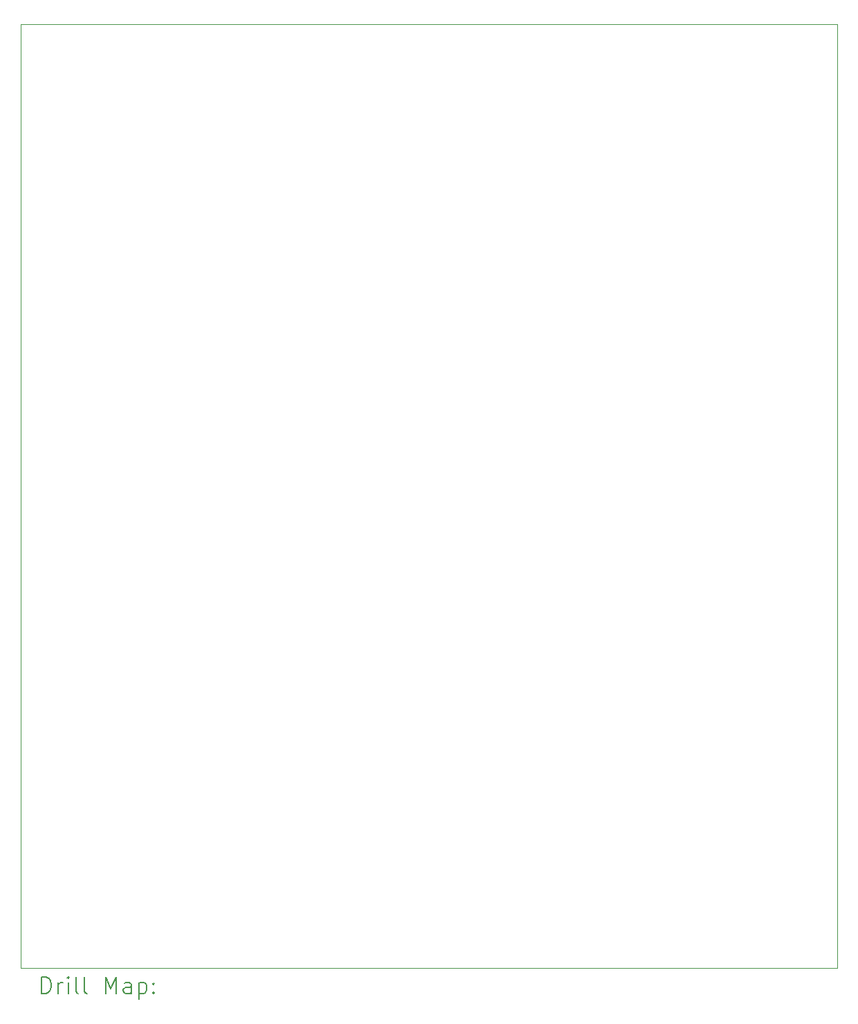
<source format=gbr>
%TF.GenerationSoftware,KiCad,Pcbnew,9.0.7*%
%TF.CreationDate,2026-01-22T15:28:59+05:00*%
%TF.ProjectId,PCB,5043422e-6b69-4636-9164-5f7063625858,rev?*%
%TF.SameCoordinates,Original*%
%TF.FileFunction,Drillmap*%
%TF.FilePolarity,Positive*%
%FSLAX45Y45*%
G04 Gerber Fmt 4.5, Leading zero omitted, Abs format (unit mm)*
G04 Created by KiCad (PCBNEW 9.0.7) date 2026-01-22 15:28:59*
%MOMM*%
%LPD*%
G01*
G04 APERTURE LIST*
%ADD10C,0.050000*%
%ADD11C,0.200000*%
G04 APERTURE END LIST*
D10*
X8969500Y-3131967D02*
X18969500Y-3131967D01*
X18969500Y-14681967D01*
X8969500Y-14681967D01*
X8969500Y-3131967D01*
D11*
X9227777Y-14995951D02*
X9227777Y-14795951D01*
X9227777Y-14795951D02*
X9275396Y-14795951D01*
X9275396Y-14795951D02*
X9303967Y-14805475D01*
X9303967Y-14805475D02*
X9323015Y-14824522D01*
X9323015Y-14824522D02*
X9332539Y-14843570D01*
X9332539Y-14843570D02*
X9342063Y-14881665D01*
X9342063Y-14881665D02*
X9342063Y-14910237D01*
X9342063Y-14910237D02*
X9332539Y-14948332D01*
X9332539Y-14948332D02*
X9323015Y-14967380D01*
X9323015Y-14967380D02*
X9303967Y-14986427D01*
X9303967Y-14986427D02*
X9275396Y-14995951D01*
X9275396Y-14995951D02*
X9227777Y-14995951D01*
X9427777Y-14995951D02*
X9427777Y-14862618D01*
X9427777Y-14900713D02*
X9437301Y-14881665D01*
X9437301Y-14881665D02*
X9446824Y-14872141D01*
X9446824Y-14872141D02*
X9465872Y-14862618D01*
X9465872Y-14862618D02*
X9484920Y-14862618D01*
X9551586Y-14995951D02*
X9551586Y-14862618D01*
X9551586Y-14795951D02*
X9542063Y-14805475D01*
X9542063Y-14805475D02*
X9551586Y-14814999D01*
X9551586Y-14814999D02*
X9561110Y-14805475D01*
X9561110Y-14805475D02*
X9551586Y-14795951D01*
X9551586Y-14795951D02*
X9551586Y-14814999D01*
X9675396Y-14995951D02*
X9656348Y-14986427D01*
X9656348Y-14986427D02*
X9646824Y-14967380D01*
X9646824Y-14967380D02*
X9646824Y-14795951D01*
X9780158Y-14995951D02*
X9761110Y-14986427D01*
X9761110Y-14986427D02*
X9751586Y-14967380D01*
X9751586Y-14967380D02*
X9751586Y-14795951D01*
X10008729Y-14995951D02*
X10008729Y-14795951D01*
X10008729Y-14795951D02*
X10075396Y-14938808D01*
X10075396Y-14938808D02*
X10142063Y-14795951D01*
X10142063Y-14795951D02*
X10142063Y-14995951D01*
X10323015Y-14995951D02*
X10323015Y-14891189D01*
X10323015Y-14891189D02*
X10313491Y-14872141D01*
X10313491Y-14872141D02*
X10294444Y-14862618D01*
X10294444Y-14862618D02*
X10256348Y-14862618D01*
X10256348Y-14862618D02*
X10237301Y-14872141D01*
X10323015Y-14986427D02*
X10303967Y-14995951D01*
X10303967Y-14995951D02*
X10256348Y-14995951D01*
X10256348Y-14995951D02*
X10237301Y-14986427D01*
X10237301Y-14986427D02*
X10227777Y-14967380D01*
X10227777Y-14967380D02*
X10227777Y-14948332D01*
X10227777Y-14948332D02*
X10237301Y-14929284D01*
X10237301Y-14929284D02*
X10256348Y-14919761D01*
X10256348Y-14919761D02*
X10303967Y-14919761D01*
X10303967Y-14919761D02*
X10323015Y-14910237D01*
X10418253Y-14862618D02*
X10418253Y-15062618D01*
X10418253Y-14872141D02*
X10437301Y-14862618D01*
X10437301Y-14862618D02*
X10475396Y-14862618D01*
X10475396Y-14862618D02*
X10494444Y-14872141D01*
X10494444Y-14872141D02*
X10503967Y-14881665D01*
X10503967Y-14881665D02*
X10513491Y-14900713D01*
X10513491Y-14900713D02*
X10513491Y-14957856D01*
X10513491Y-14957856D02*
X10503967Y-14976903D01*
X10503967Y-14976903D02*
X10494444Y-14986427D01*
X10494444Y-14986427D02*
X10475396Y-14995951D01*
X10475396Y-14995951D02*
X10437301Y-14995951D01*
X10437301Y-14995951D02*
X10418253Y-14986427D01*
X10599205Y-14976903D02*
X10608729Y-14986427D01*
X10608729Y-14986427D02*
X10599205Y-14995951D01*
X10599205Y-14995951D02*
X10589682Y-14986427D01*
X10589682Y-14986427D02*
X10599205Y-14976903D01*
X10599205Y-14976903D02*
X10599205Y-14995951D01*
X10599205Y-14872141D02*
X10608729Y-14881665D01*
X10608729Y-14881665D02*
X10599205Y-14891189D01*
X10599205Y-14891189D02*
X10589682Y-14881665D01*
X10589682Y-14881665D02*
X10599205Y-14872141D01*
X10599205Y-14872141D02*
X10599205Y-14891189D01*
M02*

</source>
